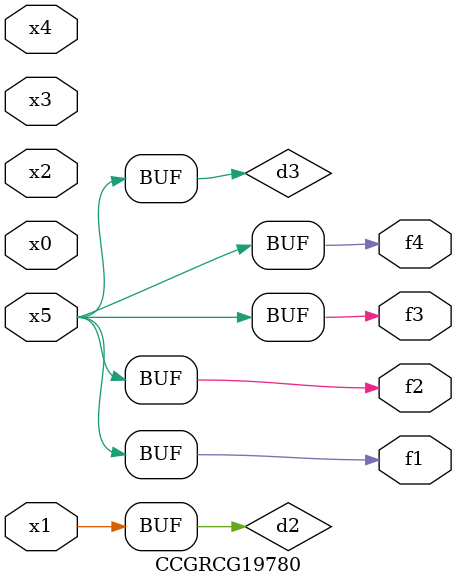
<source format=v>
module CCGRCG19780(
	input x0, x1, x2, x3, x4, x5,
	output f1, f2, f3, f4
);

	wire d1, d2, d3;

	not (d1, x5);
	or (d2, x1);
	xnor (d3, d1);
	assign f1 = d3;
	assign f2 = d3;
	assign f3 = d3;
	assign f4 = d3;
endmodule

</source>
